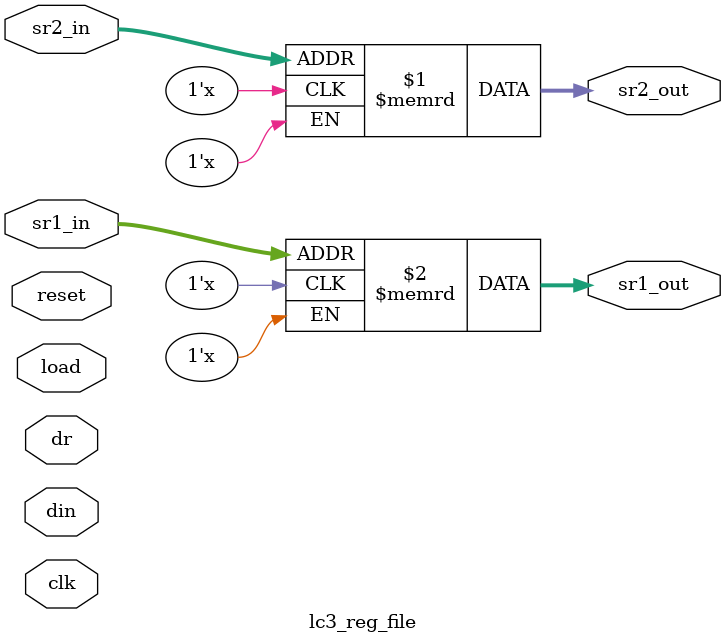
<source format=sv>
`timescale 1ns / 1ps


module lc3_reg_file(
    input logic clk,
    input logic reset,
    
    input logic [15:0] din,
    
    input logic [2:0] dr,
    input logic load,
    input logic [2:0] sr2_in,
    input logic [2:0] sr1_in,
    
    output logic [15:0] sr2_out,
    output logic [15:0] sr1_out
);

logic [15:0] reg_file [8];
logic [7:0]  load_reg;

assign sr2_out = reg_file[sr2_in];
assign sr1_out = reg_file[sr1_in];

always_comb
begin
    unique case (dr)            // TRANSLATE 3-BIT SIGNAL TO 8-BIT ONE HOT SIGNAL
        0:  load_reg = 8'h01;
        1:  load_reg = 8'h02;
        2:  load_reg = 8'h04;
        3:  load_reg = 8'h08;
        4:  load_reg = 8'h10;
        5:  load_reg = 8'h20;
        6:  load_reg = 8'h40;
        7:  load_reg = 8'h80;
    endcase
end

genvar i;
generate
    for (i = 0; i < 8; i = i + 1)
    begin
        load_reg lc3_register (
            .clk(clk),
            .reset(reset),
            .load(load_reg[i]), // ONE HOT TRANSLATED FROM DR SIGNAL
            .data_i(din),
            
            .data_q(reg_file[i])
        );
    end
endgenerate

endmodule

</source>
